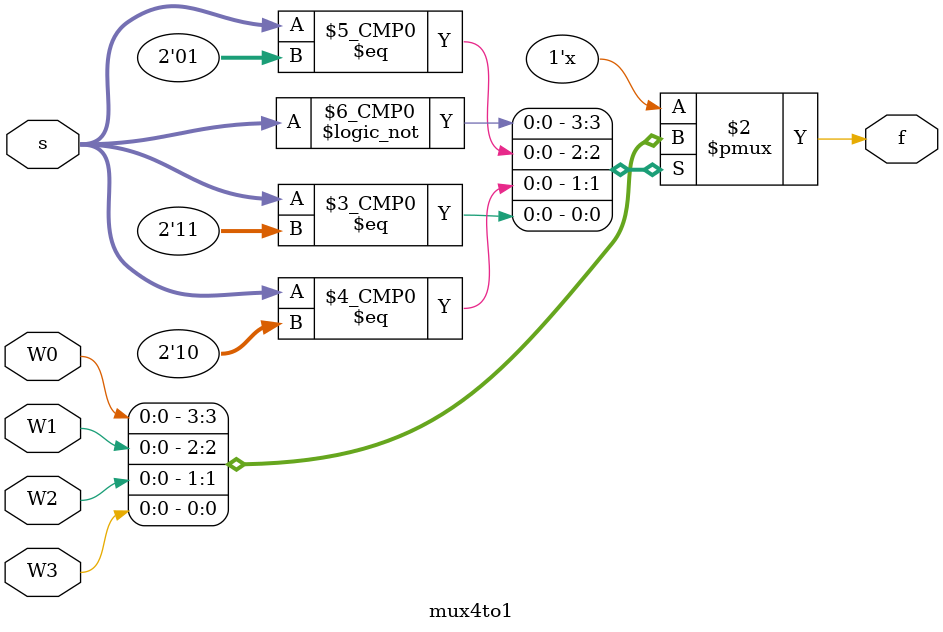
<source format=v>
module mux4to1 (W0, W1, W2, W3, s, f);

	input W0, W1, W2, W3;
	input [1:0] s;
	output f;
	reg f;
	
	always@(W0 or W1 or W2 or W3 or s) begin
		case(s)
			2'b00 : f = W0;
			2'b01 : f = W1;
			2'b10 : f = W2;
			2'b11 : f = W3;
		endcase
	end	
endmodule
</source>
